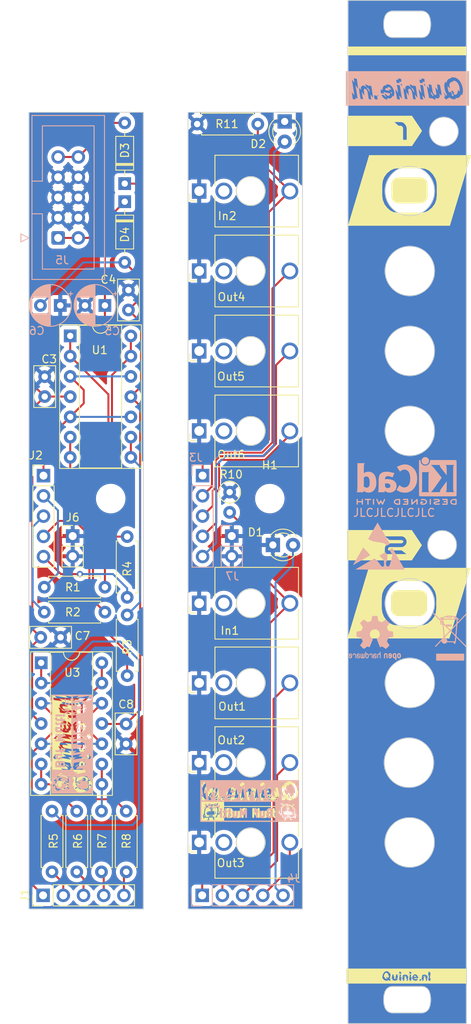
<source format=kicad_pcb>
(kicad_pcb (version 20221018) (generator pcbnew)
  (layers (0 "F.Cu" signal) (31 "B.Cu" signal) (34 "B.Paste" user) (35 "F.Paste" user) (36 "B.SilkS" user "B.Silkscreen") (37 "F.SilkS" user "F.Silkscreen") (38 "B.Mask" user) (39 "F.Mask" user) (44 "Edge.Cuts" user))
  (net 0 "")
  (net 1 "GND")
  (net 2 "+12V")
  (net 3 "-12V")
  (net 4 "Net-(D3-A)")
  (net 5 "Net-(D4-K)")
  (net 13 "Net-(U1A--)")
  (net 14 "Net-(U1B--)")
  (net 15 "Net-(U1C--)")
  (net 16 "Net-(U1D--)")
  (net 17 "Net-(U3A--)")
  (net 18 "Net-(U3B--)")
  (net 19 "Net-(U3C--)")
  (net 20 "Net-(U3D--)")
  (net 21 "Net-(J2-Pin_1)")
  (net 22 "Net-(J2-Pin_2)")
  (net 23 "Net-(J2-Pin_3)")
  (net 24 "Net-(J2-Pin_4)")
  (net 25 "Net-(J3-Pin_1)")
  (net 26 "Net-(J3-Pin_2)")
  (net 27 "Net-(J3-Pin_3)")
  (net 28 "Net-(J4-Pin_1)")
  (net 29 "Net-(J4-Pin_2)")
  (net 30 "Net-(J4-Pin_3)")
  (net 31 "Net-(J4-Pin_4)")
  (net 32 "Net-(J2-Pin_5)")
  (net 33 "Net-(J3-Pin_4)")
  (net 34 "Net-(D1-AK)")
  (net 36 "Net-(J1-Pin_1)")
  (net 37 "Net-(J1-Pin_2)")
  (net 38 "Net-(J1-Pin_3)")
  (net 39 "Net-(J1-Pin_4)")
  (net 40 "Net-(J1-Pin_5)")
  (net 41 "Net-(D2-AK)")
  (footprint "LED_THT:LED_D3.0mm" (layer "F.Cu") (at 92.515 89.69)
    (fp_text reference "D1")
    (fp_text value "LED_Dual_Bidirectional")
  )
  (footprint "LED_THT:LED_D3.0mm" (layer "F.Cu") (at 94 36.54 -90)
    (fp_text reference "D2")
    (fp_text value "LED_Dual_Bidirectional")
  )
  (footprint "Connector_PinHeader_2.54mm:PinHeader_1x05_P2.54mm_Vertical" (layer "F.Cu") (at 63.68 80.99)
    (fp_text reference "J2")
    (fp_text value "Conn_01x05")
  )
  (footprint "Resistor_THT:R_Axial_DIN0207_L6.3mm_D2.5mm_P7.62mm_Horizontal" (layer "F.Cu") (at 74.08 123.09 -90)
    (fp_text reference "R8")
    (fp_text value "330")
  )
  (footprint "kibuzzard-63729A5C" (layer "F.Cu") (at 66.02 114.68 90)
    (fp_text reference "kibuzzard-63729A5C" hide)
    (fp_text value "G***" hide)
  )
  (footprint "kibuzzard-63729A5C" (layer "F.Cu") (at 89.596 120.563)
    (fp_text reference "kibuzzard-63729A5C" hide)
    (fp_text value "G***" hide)
  )
  (footprint "Resistor_THT:R_Axial_DIN0207_L6.3mm_D2.5mm_P7.62mm_Horizontal" (layer "F.Cu") (at 74.2 98.47 -90)
    (fp_text reference "R3")
    (fp_text value "1K")
  )
  (footprint "Diode_THT:D_DO-35_SOD27_P7.62mm_Horizontal" (layer "F.Cu") (at 73.89 44.34 90)
    (fp_text reference "D3")
    (fp_text value "1n4148")
  )
  (footprint "Connector_Audio:Jack_3.5mm_QingPu_WQP-PJ398SM_Vertical_CircularHoles" (layer "F.Cu") (at 83.25 117 90)
    (fp_text reference "Out2")
    (fp_text value "AudioJack2_SwitchT")
  )
  (footprint "kibuzzard-656CA711" (layer "F.Cu") (at 109.39 141.57)
    (fp_text reference "kibuzzard-656CA711" hide)
    (fp_text value "G***" hide)
  )
  (footprint "Connector_Audio:Jack_3.5mm_QingPu_WQP-PJ398SM_Vertical_CircularHoles" (layer "F.Cu") (at 83.25 97 90)
    (fp_text reference "In1")
    (fp_text value "AudioJack2_SwitchT")
  )
  (footprint "Connector_Audio:Jack_3.5mm_QingPu_WQP-PJ398SM_Vertical_CircularHoles" (layer "F.Cu") (at 83.25 107 90)
    (fp_text reference "Out1")
    (fp_text value "AudioJack2_SwitchT")
  )
  (footprint "Resistor_THT:R_Axial_DIN0207_L6.3mm_D2.5mm_P7.62mm_Horizontal" (layer "F.Cu") (at 71.4 94.986667 180)
    (fp_text reference "R1")
    (fp_text value "1K")
  )
  (footprint "kibuzzard-656B60C2" (layer "F.Cu") (at 109.32 143.79)
    (fp_text reference "kibuzzard-656B60C2" hide)
    (fp_text value "G***" hide)
  )
  (footprint "kibuzzard-63949171" (layer "F.Cu") (at 109.63 96.99)
    (fp_text reference "kibuzzard-63949171" hide)
    (fp_text value "G***" hide)
  )
  (footprint "kibuzzard-63663374" (layer "F.Cu") (at 84.886 123.163)
    (fp_text reference "kibuzzard-63663374" hide)
    (fp_text value "G***" hide)
  )
  (footprint "Connector_Audio:Jack_3.5mm_QingPu_WQP-PJ398SM_Vertical_CircularHoles" (layer "F.Cu") (at 83.25 45.28 90)
    (fp_text reference "In2")
    (fp_text value "AudioJack2_SwitchT")
  )
  (footprint "Resistor_THT:R_Axial_DIN0207_L6.3mm_D2.5mm_P7.62mm_Horizontal" (layer "F.Cu") (at 67.86 123.09 -90)
    (fp_text reference "R6")
    (fp_text value "1K")
  )
  (footprint "Capacitor_THT:C_Disc_D5.0mm_W2.5mm_P2.50mm" (layer "F.Cu") (at 63.33 101.28)
    (fp_text reference "C7")
    (fp_text value "100nf")
  )
  (footprint "Diode_THT:D_DO-35_SOD27_P7.62mm_Horizontal" (layer "F.Cu") (at 73.89 46.61 -90)
    (fp_text reference "D4")
    (fp_text value "1n4148")
  )
  (footprint "Resistor_THT:R_Axial_DIN0207_L6.3mm_D2.5mm_P7.62mm_Horizontal" (layer "F.Cu") (at 83 36.87)
    (fp_text reference "R11")
    (fp_text value "1K")
  )
  (footprint "Capacitor_THT:C_Disc_D5.0mm_W2.5mm_P2.50mm" (layer "F.Cu") (at 74.36 60.2 90)
    (fp_text reference "C4")
    (fp_text value "100nf")
  )
  (footprint "Capacitor_THT:C_Disc_D5.0mm_W2.5mm_P2.50mm" (layer "F.Cu") (at 63.83 71.065 90)
    (fp_text reference "C3")
    (fp_text value "100nf")
  )
  (footprint "Connector_Audio:Jack_3.5mm_QingPu_WQP-PJ398SM_Vertical_CircularHoles" (layer "F.Cu") (at 83.25 127.01 90)
    (fp_text reference "Out3")
    (fp_text value "AudioJack2_SwitchT")
  )
  (footprint "MountingHole:MountingHole_3.2mm_M3" (layer "F.Cu") (at 92.13 83.87)
    (fp_text reference "H1")
    (fp_text value "MountingHole")
  )
  (footprint "kibuzzard-63949171" (layer "F.Cu") (at 109.69 45.2)
    (fp_text reference "kibuzzard-63949171" hide)
    (fp_text value "G***" hide)
  )
  (footprint "Package_DIP:DIP-14_W7.62mm_Socket" (layer "F.Cu") (at 63.39 104.48)
    (fp_text reference "U3")
    (fp_text value "TL074")
  )
  (footprint "Capacitor_THT:C_Disc_D5.0mm_W2.5mm_P2.50mm" (layer "F.Cu") (at 74.06 112.15 -90)
    (fp_text reference "C8")
    (fp_text value "100nf")
  )
  (footprint "kibuzzard-63663374" (layer "F.Cu") (at 68.62 119.39 90)
    (fp_text reference "kibuzzard-63663374" hide)
    (fp_text value "G***" hide)
  )
  (footprint "Package_DIP:DIP-14_W7.62mm_Socket" (layer "F.Cu") (at 67.04 63.455)
    (fp_text reference "U1")
    (fp_text value "TL074")
  )
  (footprint "Resistor_THT:R_Axial_DIN0207_L6.3mm_D2.5mm_P2.54mm_Vertical" (layer "F.Cu") (at 87.08 83.06 -90)
    (fp_text reference "R10")
    (fp_text value "1K")
  )
  (footprint "kibuzzard-656CA602" (layer "F.Cu") (at 106.54 89.72)
    (fp_text reference "kibuzzard-656CA602" hide)
    (fp_text value "G***" hide)
  )
  (footprint "Connector_Audio:Jack_3.5mm_QingPu_WQP-PJ398SM_Vertical_CircularHoles" (layer "F.Cu") (at 83.25 55.31 90)
    (fp_text reference "Out4")
    (fp_text value "AudioJack2_SwitchT")
  )
  (footprint "Connector_PinHeader_2.54mm:PinHeader_1x05_P2.54mm_Vertical" (layer "F.Cu") (at 63.63 133.66 90)
    (fp_text reference "J1")
    (fp_text value "Conn_01x05")
  )
  (footprint "Resistor_THT:R_Axial_DIN0207_L6.3mm_D2.5mm_P7.62mm_Horizontal" (layer "F.Cu") (at 74.2 88.64 -90)
    (fp_text reference "R4")
    (fp_text value "1K")
  )
  (footprint "MountingHole:MountingHole_3.2mm_M3" (layer "F.Cu") (at 72.13 83.87)
    (fp_text reference "H2" hide)
    (fp_text value "MountingHole")
  )
  (footprint "Resistor_THT:R_Axial_DIN0207_L6.3mm_D2.5mm_P7.62mm_Horizontal" (layer "F.Cu") (at 70.97 123.09 -90)
    (fp_text reference "R7")
    (fp_text value "1K")
  )
  (footprint "Connector_PinHeader_2.54mm:PinHeader_1x02_P2.54mm_Vertical" (layer "F.Cu") (at 67.35 88.57)
    (fp_text reference "J6")
    (fp_text value "Conn_01x02")
  )
  (footprint "kibuzzard-63948EE9" (layer "F.Cu") (at 106.56 37.73)
    (fp_text reference "kibuzzard-63948EE9" hide)
    (fp_text value "G***" hide)
  )
  (footprint "Connector_Audio:Jack_3.5mm_QingPu_WQP-PJ398SM_Vertical_CircularHoles" (layer "F.Cu") (at 83.25 75.38 90)
    (fp_text reference "Out6")
    (fp_text value "AudioJack2_SwitchT")
  )
  (footprint "Resistor_THT:R_Axial_DIN0207_L6.3mm_D2.5mm_P7.62mm_Horizontal" (layer "F.Cu") (at 71.4 98.12 180)
    (fp_text reference "R2")
    (fp_text value "1K")
  )
  (footprint "Connector_Audio:Jack_3.5mm_QingPu_WQP-PJ398SM_Vertical_CircularHoles" (layer "F.Cu") (at 83.25 65.35 90)
    (fp_text reference "Out5")
    (fp_text value "AudioJack2_SwitchT")
  )
  (footprint "Resistor_THT:R_Axial_DIN0207_L6.3mm_D2.5mm_P7.62mm_Horizontal" (layer "F.Cu") (at 64.75 123.09 -90)
    (fp_text reference "R5")
    (fp_text value "1K")
  )
  (footprint "Capacitor_THT:CP_Radial_D5.0mm_P2.50mm" (layer "B.Cu") (at 71.4 59.63 180)
    (fp_text reference "C5")
    (fp_text value "10uf")
  )
  (footprint "kibuzzard-63729A5C" (layer "B.Cu") (at 68.536526 114.68 90)
    (fp_text reference "kibuzzard-63729A5C" hide)
    (fp_text value "G***" hide)
  )
  (footprint "Connector_PinSocket_2.54mm:PinSocket_1x05_P2.54mm_Vertical" (layer "B.Cu") (at 83.63 133.66 -90)
    (fp_text reference "J4")
    (fp_text value "Conn_01x05")
  )
  (footprint "Connector_IDC:IDC-Header_2x05_P2.54mm_Vertical" (layer "B.Cu") (at 65.52 51.16)
    (fp_text reference "J5")
    (fp_text value "Conn_02x05_Odd_Even")
  )
  (footprint "Symbol:WEEE-Logo_4.2x6mm_SilkScreen" (layer "B.Cu") (at 114.79 101.18 180)
    (fp_text reference "REF**" hide)
    (fp_text value "WEEE-Logo_4.2x6mm_SilkScreen" hide)
  )
  (footprint "kibuzzard-656B617B" (layer "B.Cu") (at 109.43 32.4 180)
    (fp_text reference "kibuzzard-656B617B" hide)
    (fp_text value "G***" hide)
  )
  (footprint "kibuzzard-63663374" (layer "B.Cu") (at 94.305556 123.163 180)
    (fp_text reference "kibuzzard-63663374" hide)
    (fp_text value "G***" hide)
  )
  (footprint "Capacitor_THT:CP_Radial_D5.0mm_P2.50mm" (layer "B.Cu") (at 65.79 59.63 180)
    (fp_text reference "C6")
    (fp_text value "10uf")
  )
  (footprint "Connector_PinSocket_2.54mm:PinSocket_1x05_P2.54mm_Vertical" (layer "B.Cu") (at 83.68 80.98 180)
    (fp_text reference "J3")
    (fp_text value "Conn_01x05")
  )
  (footprint "kibuzzard-63663374" (layer "B.Cu") (at 65.936526 119.39 90)
    (fp_text reference "kibuzzard-63663374" hide)
    (fp_text value "G***" hide)
  )
  (footprint "Symbol:KiCad-Logo2_5mm_SilkScreen" (layer "B.Cu") (at 109.33 81.64 180)
    (fp_text reference "REF**" hide)
    (fp_text value "KiCad-Logo2_5mm_SilkScreen" hide)
  )
  (footprint "Symbol:ESD-Logo_6.6x6mm_SilkScreen" (layer "B.Cu") (at 105.83176 89.814512 180)
    (fp_text reference "REF**" hide)
    (fp_text value "ESD-Logo_6.6x6mm_SilkScreen" hide)
  )
  (footprint "kibuzzard-63729A5C" (layer "B.Cu") (at 89.595556 120.563 180)
    (fp_text reference "kibuzzard-63729A5C" hide)
    (fp_text value "G***" hide)
  )
  (footprint "Connector_PinSocket_2.54mm:PinSocket_1x02_P2.54mm_Vertical" (layer "B.Cu") (at 87.35 88.57 180)
    (fp_text reference "J7")
    (fp_text value "Conn_01x02")
  )
  (footprint "Symbol:OSHW-Logo2_7.3x6mm_SilkScreen" (layer "B.Cu") (at 105.33 101.36 180)
    (fp_text reference "REF**" hide)
    (fp_text value "OSHW-Logo2_7.3x6mm_SilkScreen" hide)
  )
  (gr_line (start 83.461556 124.36) (end 92.845556 124.36) (stroke (width 0.15)) (layer "B.SilkS"))
  (gr_line (start 64.751526 108.546) (end 67.221526 108.546) (stroke (width 0.15)) (layer "B.SilkS"))
  (gr_line (start 83.461556 124.348) (end 83.461556 121.878) (stroke (width 0.15)) (layer "B.SilkS"))
  (gr_line (start 64.739526 108.546) (end 64.739526 117.93) (stroke (width 0.15)) (layer "B.SilkS"))
  (gr_line (start 86.346 124.36) (end 95.73 124.36) (stroke (width 0.15)) (layer "F.SilkS"))
  (gr_line (start 69.817 117.93) (end 69.817 108.546) (stroke (width 0.15)) (layer "F.SilkS"))
  (gr_line (start 67.335 108.546) (end 69.805 108.546) (stroke (width 0.15)) (layer "F.SilkS"))
  (gr_line (start 95.73 121.878) (end 95.73 124.348) (stroke (width 0.15)) (layer "F.SilkS"))
  (gr_rect (start 101.958002 27.213001) (end 116.828002 28.163001) (stroke (width 0.15)) (fill solid) (layer "F.SilkS"))
  (gr_circle (center 89.73 107) (end 91.53 107) (stroke (width 0.1)) (fill none) (layer "Edge.Cuts"))
  (gr_circle (center 89.73 45.27) (end 91.53 45.27) (stroke (width 0.1)) (fill none) (layer "Edge.Cuts"))
  (gr_circle (center 89.73 97.01) (end 91.53 97.01) (stroke (width 0.1)) (fill none) (layer "Edge.Cuts"))
  (gr_arc (start 106.613999 147.733) (mid 106.44538 146.75) (end 106.613999 145.767) (stroke (width 0.1)) (layer "Edge.Cuts"))
  (gr_line (start 76.24 135.39) (end 61.84 135.39) (stroke (width 0.1)) (layer "Edge.Cuts"))
  (gr_line (start 96.24 35.39) (end 96.24 135.39) (stroke (width 0.1)) (layer "Edge.Cuts"))
  (gr_line (start 107.557 148.4) (end 111.233 148.4) (stroke (width 0.1)) (layer "Edge.Cuts"))
  (gr_line (start 116.845 21.35) (end 116.845 149.75) (stroke (width 0.1)) (layer "Edge.Cuts"))
  (gr_line (start 101.945 149.75) (end 101.945 21.35) (stroke (width 0.1)) (layer "Edge.Cuts"))
  (gr_line (start 61.84 35.39) (end 76.24 35.39) (stroke (width 0.1)) (layer "Edge.Cuts"))
  (gr_arc (start 106.614003 145.767) (mid 106.979478 145.283603) (end 107.557003 145.1) (stroke (width 0.1)) (layer "Edge.Cuts"))
  (gr_arc (start 112.176001 23.367) (mid 112.34462 24.35) (end 112.176001 25.333) (stroke (width 0.1)) (layer "Edge.Cuts"))
  (gr_arc (start 107.557003 148.4) (mid 106.979452 148.216427) (end 106.614003 147.733) (stroke (width 0.1)) (layer "Edge.Cuts"))
  (gr_arc (start 111.232997 145.1) (mid 111.810529 145.283582) (end 112.175997 145.767) (stroke (width 0.1)) (layer "Edge.Cuts"))
  (gr_circle (center 89.73 65.34) (end 91.53 65.34) (stroke (width 0.1)) (fill none) (layer "Edge.Cuts"))
  (gr_circle (center 109.71 127.02) (end 112.81 127.02) (stroke (width 0.1)) (fill none) (layer "Edge.Cuts"))
  (gr_arc (start 112.176001 145.767) (mid 112.34462 146.75) (end 112.176001 147.733) (stroke (width 0.1)) (layer "Edge.Cuts"))
  (gr_arc (start 106.614003 23.367) (mid 106.979478 22.883603) (end 107.557003 22.7) (stroke (width 0.1)) (layer "Edge.Cuts"))
  (gr_circle (center 89.71 127.02) (end 91.51 127.02) (stroke (width 0.1)) (fill none) (layer "Edge.Cuts"))
  (gr_circle (center 109.73 107) (end 112.83 107) (stroke (width 0.1)) (fill none) (layer "Edge.Cuts"))
  (gr_line (start 61.84 135.39) (end 61.84 35.39) (stroke (width 0.1)) (layer "Edge.Cuts"))
  (gr_circle (center 109.73 55.31) (end 112.83 55.31) (stroke (width 0.1)) (fill none) (layer "Edge.Cuts"))
  (gr_line (start 107.557 26) (end 111.233 26) (stroke (width 0.1)) (layer "Edge.Cuts"))
  (gr_line (start 76.24 35.39) (end 76.24 135.39) (stroke (width 0.1)) (layer "Edge.Cuts"))
  (gr_line (start 81.84 35.39) (end 96.24 35.39) (stroke (width 0.1)) (layer "Edge.Cuts"))
  (gr_arc (start 111.232997 22.7) (mid 111.810529 22.883582) (end 112.175997 23.367) (stroke (width 0.1)) (layer "Edge.Cuts"))
  (gr_circle (center 114 37.815) (end 115.8 37.815) (stroke (width 0.1)) (fill none) (layer "Edge.Cuts"))
  (gr_line (start 111.233 145.1) (end 107.557 145.1) (stroke (width 0.1)) (layer "Edge.Cuts"))
  (gr_circle (center 89.73 75.38) (end 91.53 75.38) (stroke (width 0.1)) (fill none) (layer "Edge.Cuts"))
  (gr_circle (center 109.73 97.01) (end 112.83 97.01) (stroke (width 0.1)) (fill none) (layer "Edge.Cuts"))
  (gr_circle (center 109.62 117.01) (end 112.72 117.01) (stroke (width 0.1)) (fill none) (layer "Edge.Cuts"))
  (gr_arc (start 112.175997 147.733) (mid 111.810541 148.216443) (end 111.232997 148.4) (stroke (width 0.1)) (layer "Edge.Cuts"))
  (gr_arc (start 107.557003 26) (mid 106.979452 25.816427) (end 106.614003 25.333) (stroke (width 0.1)) (layer "Edge.Cuts"))
  (gr_circle (center 89.73 117.01) (end 91.53 117.01) (stroke (width 0.1)) (fill none) (layer "Edge.Cuts"))
  (gr_circle (center 109.73 65.34) (end 112.83 65.34) (stroke (width 0.1)) (fill none) (layer "Edge.Cuts"))
  (gr_line (start 111.233 22.7) (end 107.557 22.7) (stroke (width 0.1)) (layer "Edge.Cuts"))
  (gr_arc (start 106.613999 25.333) (mid 106.44538 24.35) (end 106.613999 23.367) (stroke (width 0.1)) (layer "Edge.Cuts"))
  (gr_circle (center 109.73 75.38) (end 112.83 75.38) (stroke (width 0.1)) (fill none) (layer "Edge.Cuts"))
  (gr_line (start 116.845 149.75) (end 101.945 149.75) (stroke (width 0.1)) (layer "Edge.Cuts"))
  (gr_circle (center 113.79 89.69) (end 115.59 89.69) (stroke (width 0.1)) (fill none) (layer "Edge.Cuts"))
  (gr_line (start 81.84 135.39) (end 81.84 35.39) (stroke (width 0.1)) (layer "Edge.Cuts"))
  (gr_arc (start 112.175997 25.333) (mid 111.810541 25.816443) (end 111.232997 26) (stroke (width 0.1)) (layer "Edge.Cuts"))
  (gr_line (start 101.945 21.35) (end 116.845 21.35) (stroke (width 0.1)) (layer "Edge.Cuts"))
  (gr_circle (center 109.73 45.27) (end 112.83 45.27) (stroke (width 0.1)) (fill none) (layer "Edge.Cuts"))
  (gr_circle (center 89.73 55.31) (end 91.53 55.31) (stroke (width 0.1)) (fill none) (layer "Edge.Cuts"))
  (gr_line (start 96.24 135.39) (end 81.84 135.39) (stroke (width 0.1)) (layer "Edge.Cuts"))
  (gr_text "JLCJLCJLCJLC" (at 107.75 85.64) (layer "B.SilkS") (effects (font (size 1 1))))
  (gr_text "v0.01" (at 84.855556 122.46) (layer "B.SilkS") (effects (font (size 0.5 0.5) (thickness 0.125)) (justify mirror)))
  (gr_text "v0.01" (at 66.639526 109.94 -90) (layer "B.SilkS") (effects (font (size 0.5 0.5) (thickness 0.125)) (justify mirror)))
  (gr_text "Buf Multi" (at 89.185998 123.373) (layer "B.SilkS") (effects (font (size 1 1) (thickness 0.25)) (justify mirror)))
  (gr_text "Buf Multi" (at 65.726526 114.270442 -90) (layer "B.SilkS") (effects (font (size 1 1) (thickness 0.25)) (justify mirror)))
  (gr_text "Buf Multi" (at 90.005558 123.373) (layer "F.SilkS") (effects (font (size 1 1) (thickness 0.25))))
  (gr_text "v0.01" (at 67.917 109.94 90) (layer "F.SilkS") (effects (font (size 0.5 0.5) (thickness 0.125))))
  (gr_text "Buf Multi" (at 68.83 114.270442 90) (layer "F.SilkS") (effects (font (size 1 1) (thickness 0.25))))
  (gr_text "v0.01" (at 94.336 122.46) (layer "F.SilkS") (effects (font (size 0.5 0.5) (thickness 0.125))))
  (segment (start 65.56 61.45) (end 70.93 61.45) (width 0.25) (layer "F.Cu") (net 2))
  (segment (start 71.4 60.98) (end 71.4 59.63) (width 0.25) (layer "F.Cu") (net 2))
  (segment (start 62.28 100.23) (end 63.33 101.28) (width 0.25) (layer "F.Cu") (net 2))
  (segment (start 62.25 110.96) (end 63.39 112.1) (width 0.25) (layer "F.Cu") (net 2))
  (segment (start 63.33 101.28) (end 62.25 102.36) (width 0.25) (layer "F.Cu") (net 2))
  (segment (start 67.03 71.065) (end 67.04 71.075) (width 0.25) (layer "F.Cu") (net 2))
  (segment (start 70.93 61.45) (end 71.4 60.98) (width 0.25) (layer "F.Cu") (net 2))
  (segment (start 62.25 102.36) (end 62.25 110.96) (width 0.25) (layer "F.Cu") (net 2))
  (segment (start 62.39 69.625) (end 62.39 64.62) (width 0.25) (layer "F.Cu") (net 2))
  (segment (start 63.83 71.065) (end 62.39 69.625) (width 0.25) (layer "F.Cu") (net 2))
  (segment (start 71.4 59.63) (end 71.4 53.56) (width 0.25) (layer "F.Cu") (net 2))
  (segment (start 63.83 71.065) (end 67.03 71.065) (width 0.25) (layer "F.Cu") (net 2))
  (segment (start 75.63 49.33) (end 75.63 44.79) (width 0.25) (layer "F.Cu") (net 2))
  (segment (start 62.28 72.615) (end 62.28 100.23) (width 0.25) (layer "F.Cu") (net 2))
  (segment (start 75.63 44.79) (end 75.18 44.34) (width 0.25) (layer "F.Cu") (net 2))
  (segment (start 63.83 71.065) (end 62.28 72.615) (width 0.25) (layer "F.Cu") (net 2))
  (segment (start 62.39 64.62) (end 65.56 61.45) (width 0.25) (layer "F.Cu") (net 2))
  (segment (start 75.18 44.34) (end 73.89 44.34) (width 0.25) (layer "F.Cu") (net 2))
  (segment (start 71.4 53.56) (end 75.63 49.33) (width 0.25) (layer "F.Cu") (net 2))
  (segment (start 74.06 112.15) (end 71.06 112.15) (width 0.25) (layer "F.Cu") (net 3))
  (segment (start 75.94 61.78) (end 74.36 60.2) (width 0.25) (layer "F.Cu") (net 3))
  (segment (start 73.89 54.23) (end 75.84 56.18) (width 0.25) (layer "F.Cu") (net 3))
  (segment (start 75.94 69.795) (end 75.94 61.78) (width 0.25) (layer "F.Cu") (net 3))
  (segment (start 71.06 112.15) (end 71.01 112.1) (width 0.25) (layer "F.Cu") (net 3))
  (segment (start 74.66 71.075) (end 75.94 69.795) (width 0.25) (layer "F.Cu") (net 3))
  (segment (start 75.84 56.18) (end 75.84 58.72) (width 0.25) (layer "F.Cu") (net 3))
  (segment (start 75.835 110.375) (end 74.06 112.15) (width 0.25) (layer "F.Cu") (net 3))
  (segment (start 74.66 71.075) (end 75.835 72.25) (width 0.25) (layer "F.Cu") (net 3))
  (segment (start 75.835 72.25) (end 75.835 110.375) (width 0.25) (layer "F.Cu") (net 3))
  (segment (start 75.84 58.72) (end 74.36 60.2) (width 0.25) (layer "F.Cu") (net 3))
  (segment (start 68.69 54.23) (end 63.29 59.63) (width 0.25) (layer "B.Cu") (net 3))
  (segment (start 73.89 54.23) (end 68.69 54.23) (width 0.25) (layer "B.Cu") (net 3))
  (segment (start 72.34 36.72) (end 68.06 41) (width 0.25) (layer "F.Cu") (net 4))
  (segment (start 65.52 41) (end 68.06 41) (width 0.25) (layer "F.Cu") (net 4))
  (segment (start 73.89 36.72) (end 72.34 36.72) (width 0.25) (layer "F.Cu") (net 4))
  (segment (start 69.34 51.16) (end 73.89 46.61) (width 0.25) (layer "F.Cu") (net 5))
  (segment (start 65.52 51.16) (end 68.06 51.16) (width 0.25) (layer "F.Cu") (net 5))
  (segment (start 68.06 51.16) (end 69.34 51.16) (width 0.25) (layer "F.Cu") (net 5))
  (segment (start 67.04 63.455) (end 67.04 65.995) (width 0.25) (layer "F.Cu") (net 13))
  (segment (start 71.4 89.156396) (end 71.4 94.986667) (width 0.25) (layer "F.Cu") (net 13))
  (segment (start 71.84 78.12) (end 67.97 81.99) (width 0.25) (layer "F.Cu") (net 13))
  (segment (start 67.97 85.726396) (end 71.4 89.156396) (width 0.25) (layer "F.Cu") (net 13))
  (segment (start 67.97 81.99) (end 67.97 85.726396) (width 0.25) (layer "F.Cu") (net 13))
  (segment (start 71.84 70.795) (end 71.84 78.12) (width 0.25) (layer "F.Cu") (net 13))
  (segment (start 67.04 65.995) (end 71.84 70.795) (width 0.25) (layer "F.Cu") (net 13))
  (segment (start 67.04 85.432792) (end 69.9 88.292792) (width 0.25) (layer "F.Cu") (net 14))
  (segment (start 69.9 96.62) (end 71.4 98.12) (width 0.25) (layer "F.Cu") (net 14))
  (segment (start 69.9 88.292792) (end 69.9 96.62) (width 0.25) (layer "F.Cu") (net 14))
  (segment (start 67.04 78.695) (end 67.04 85.432792) (width 0.25) (layer "F.Cu") (net 14))
  (segment (start 67.04 76.155) (end 67.04 78.695) (width 0.25) (layer "F.Cu") (net 14))
  (segment (start 74.66 76.155) (end 74.66 78.695) (width 0.25) (layer "F.Cu") (net 15))
  (segment (start 75.81 96.86) (end 75.81 79.845) (width 0.25) (layer "B.Cu") (net 15))
  (segment (start 74.2 98.47) (end 75.81 96.86) (width 0.25) (layer "B.Cu") (net 15))
  (segment (start 75.81 79.845) (end 74.66 78.695) (width 0.25) (layer "B.Cu") (net 15))
  (segment (start 68.42 82.22) (end 72.29 78.35) (width 0.25) (layer "F.Cu") (net 16))
  (segment (start 74.2 88.64) (end 71.52 88.64) (width 0.25) (layer "F.Cu") (net 16))
  (segment (start 72.29 68.365) (end 74.66 65.995) (width 0.25) (layer "F.Cu") (net 16))
  (segment (start 74.66 63.455) (end 74.66 65.995) (width 0.25) (layer "F.Cu") (net 16))
  (segment (start 71.52 88.64) (end 68.42 85.54) (width 0.25) (layer "F.Cu") (net 16))
  (segment (start 72.29 78.35) (end 72.29 68.365) (width 0.25) (layer "F.Cu") (net 16))
  (segment (start 68.42 85.54) (end 68.42 82.22) (width 0.25) (layer "F.Cu") (net 16))
  (segment (start 63.39 104.48) (end 63.39 107.02) (width 0.25) (layer "F.Cu") (net 17))
  (segment (start 64.62 107.02) (end 69.83 101.81) (width 0.25) (layer "B.Cu") (net 17))
  (segment (start 73.34 101.81) (end 75.67 104.14) (width 0.25) (layer "B.Cu") (net 17))
  (segment (start 63.39 107.02) (end 64.62 107.02) (width 0.25) (layer "B.Cu") (net 17))
  (segment (start 69.83 101.81) (end 73.34 101.81) (width 0.25) (layer "B.Cu") (net 17))
  (segment (start 75.67 124.05) (end 74.88 124.84) (width 0.25) (layer "B.Cu") (net 17))
  (segment (start 66.5 124.84) (end 64.75 123.09) (width 0.25) (layer "B.Cu") (net 17))
  (segment (start 74.88 124.84) (end 66.5 124.84) (width 0.25) (layer "B.Cu") (net 17))
  (segment (start 75.67 104.14) (end 75.67 124.05) (width 0.25) (layer "B.Cu") (net 17))
  (segment (start 63.39 119.72) (end 63.39 117.18) (width 0.25) (layer "F.Cu") (net 18))
  (segment (start 64.49 119.72) (end 63.39 119.72) (width 0.25) (layer "F.Cu") (net 18))
  (segment (start 67.86 123.09) (end 64.49 119.72) (width 0.25) (layer "F.Cu") (net 18))
  (segment (start 71.01 117.18) (end 71.01 119.72) (width 0.25) (layer "F.Cu") (net 19))
  (segment (start 71.01 123.05) (end 70.97 123.09) (width 0.25) (layer "B.Cu") (net 19))
  (segment (start 71.01 119.72) (end 71.01 123.05) (width 0.25) (layer "B.Cu") (net 19))
  (segment (start 74.08 123.09) (end 72.59 121.6) (width 0.25) (layer "F.Cu") (net 20))
  (segment (start 68.49 120.44) (end 68.49 109.54) (width 0.25) (layer "F.Cu") (net 20))
  (segment (start 68.49 109.54) (end 71.01 107.02) (width 0.25) (layer "F.Cu") (net 20))
  (segment (start 71.01 104.48) (end 71.01 107.02) (width 0.25) (layer "F.Cu") (net 20))
  (segment (start 69.65 121.6) (end 68.49 120.44) (width 0.25) (layer "F.Cu") (net 20))
  (segment (start 72.59 121.6) (end 69.65 121.6) (width 0.25) (layer "F.Cu") (net 20))
  (segment (start 67.04 68.535) (end 68.74 70.235) (width 0.25) (layer "F.Cu") (net 21))
  (segment (start 67.04 73.615) (end 63.68 76.975) (width 0.25) (layer "F.Cu") (net 21))
  (segment (start 63.68 76.975) (end 63.68 80.99) (width 0.25) (layer "F.Cu") (net 21))
  (segment (start 68.74 71.915) (end 67.04 73.615) (width 0.25) (layer "F.Cu") (net 21))
  (segment (start 68.74 70.235) (end 68.74 71.915) (width 0.25) (layer "F.Cu") (net 21))
  (segment (start 67.04 73.615) (end 74.66 73.615) (width 0.25) (layer "B.Cu") (net 21))
  (segment (start 74.66 68.535) (end 67.04 68.535) (width 0.25) (layer "B.Cu") (net 21))
  (segment (start 65.5 85.35) (end 65.5 93.266667) (width 0.25) (layer "B.Cu") (net 22))
  (segment (start 63.68 83.53) (end 65.5 85.35) (width 0.25) (layer "B.Cu") (net 22))
  (segment (start 65.5 93.266667) (end 63.78 94.986667) (width 0.25) (layer "B.Cu") (net 22))
  (segment (start 63.68 86.07) (end 62.32 87.43) (width 0.25) (layer "B.Cu") (net 23))
  (segment (start 62.32 87.43) (end 62.32 96.66) (width 0.25) (layer "B.Cu") (net 23))
  (segment (start 62.32 96.66) (end 63.78 98.12) (width 0.25) (layer "B.Cu") (net 23))
  (segment (start 63.68 88.61) (end 65.62 86.67) (width 0.25) (layer "F.Cu") (net 24))
  (segment (start 65.62 86.67) (end 67.640812 86.67) (width 0.25) (layer "F.Cu") (net 24))
  (segment (start 69.45 98.43) (end 74.2 103.18) (width 0.25) (layer "F.Cu") (net 24))
  (segment (start 74.2 103.18) (end 74.2 106.09) (width 0.25) (layer "F.Cu") (net 24))
  (segment (start 69.45 88.479188) (end 69.45 98.43) (width 0.25) (layer "F.Cu") (net 24))
  (segment (start 67.640812 86.67) (end 69.45 88.479188) (width 0.25) (layer "F.Cu") (net 24))
  (segment (start 92.01 47.92) (end 94.65 45.28) (width 0.25) (layer "F.Cu") (net 25))
  (segment (start 90.62 41.25) (end 94.65 45.28) (width 0.25) (layer "F.Cu") (net 25))
  (segment (start 83.68 79.46) (end 85.48 77.66) (width 0.25) (layer "F.Cu") (net 25))
  (segment (start 90.83 77.66) (end 92.01 76.48) (width 0.25) (layer "F.Cu") (net 25))
  (segment (start 92.01 76.48) (end 92.01 47.92) (width 0.25) (layer "F.Cu") (net 25))
  (segment (start 83.68 80.98) (end 83.68 79.46) (width 0.25) (layer "F.Cu") (net 25))
  (segment (start 85.48 77.66) (end 90.83 77.66) (width 0.25) (layer "F.Cu") (net 25))
  (segment (start 90.62 36.87) (end 90.62 41.25) (width 0.25) (layer "F.Cu") (net 25))
  (segment (start 92.46 57.495) (end 94.645 55.31) (width 0.25) (layer "F.Cu") (net 26))
  (segment (start 85.666396 78.11) (end 91.16 78.11) (width 0.25) (layer "F.Cu") (net 26))
  (segment (start 83.68 83.52) (end 84.855 82.345) (width 0.25) (layer "F.Cu") (net 26))
  (segment (start 84.855 82.345) (end 84.855 78.921396) (width 0.25) (layer "F.Cu") (net 26))
  (segment (start 92.46 76.81) (end 92.46 57.495) (width 0.25) (layer "F.Cu") (net 26))
  (segment (start 91.16 78.11) (end 92.46 76.81) (width 0.25) (layer "F.Cu") (net 26))
  (segment (start 84.855 78.921396) (end 85.666396 78.11) (width 0.25) (layer "F.Cu") (net 26))
  (segment (start 94.675 65.35) (end 92.91 67.115) (width 0.25) (layer "F.Cu") (net 27))
  (segment (start 92.91 76.996396) (end 91.346396 78.56) (width 0.25) (layer "F.Cu") (net 27))
  (segment (start 85.305 82.531396) (end 84.96 82.876396) (width 0.25) (layer "F.Cu") (net 27))
  (segment (start 92.91 67.115) (end 92.91 76.996396) (width 0.25) (layer "F.Cu") (net 27))
  (segment (start 85.305 79.107792) (end 85.305 82.531396) (width 0.25) (layer "F.Cu") (net 27))
  (segment (start 84.96 84.78) (end 83.68 86.06) (width 0.25) (layer "F.Cu") (net 27))
  (segment (start 85.852792 78.56) (end 85.305 79.107792) (width 0.25) (layer "F.Cu") (net 27))
  (segment (start 91.346396 78.56) (end 85.852792 78.56) (width 0.25) (layer "F.Cu") (net 27))
  (segment (start 84.96 82.876396) (end 84.96 84.78) (width 0.25) (layer "F.Cu") (net 27))
  (segment (start 92.15 128.093604) (end 92.15 99.5) (width 0.25) (layer "F.Cu") (net 28))
  (segment (start 90.21 88.73) (end 90.21 92.56) (width 0.25) (layer "F.Cu") (net 28))
  (segment (start 84.8 130.49) (end 89.753604 130.49) (width 0.25) (layer "F.Cu") (net 28))
  (segment (start 83.63 131.66) (end 84.8 130.49) (width 0.25) (layer "F.Cu") (net 28))
  (segment (start 87.08 85.6) (end 90.21 88.73) (width 0.25) (layer "F.Cu") (net 28))
  (segment (start 83.63 133.66) (end 83.63 131.66) (width 0.25) (layer "F.Cu") (net 28))
  (segment (start 90.21 92.56) (end 94.65 97) (width 0.25) (layer "F.Cu") (net 28))
  (segment (start 89.753604 130.49) (end 92.15 128.093604) (width 0.25) (layer "F.Cu") (net 28))
  (segment (start 92.15 99.5) (end 94.65 97) (width 0.25) (layer "F.Cu") (net 28))
  (segment (start 87.03 130.99) (end 86.17 131.85) (width 0.25) (layer "F.Cu") (net 29))
  (segment (start 86.17 131.85) (end 86.17 133.66) (width 0.25) (layer "F.Cu") (net 29))
  (segment (start 92.6 128.28) (end 89.89 130.99) (width 0.25) (layer "F.Cu") (net 29))
  (segment (start 92.6 109.04) (end 92.6 128.28) (width 0.25) (layer "F.Cu") (net 29))
  (segment (start 89.89 130.99) (end 87.03 130.99) (width 0.25) (layer "F.Cu") (net 29))
  (segment (start 94.64 107) (end 92.6 109.04) (width 0.25) (layer "F.Cu") (net 29))
  (segment (start 93.05 129.32) (end 93.05 118.58) (width 0.25) (layer "F.Cu") (net 30))
  (segment (start 88.71 133.66) (end 93.05 129.32) (width 0.25) (layer "F.Cu") (net 30))
  (segment (start 93.05 118.58) (end 94.63 117) (width 0.25) (layer "F.Cu") (net 30))
  (segment (start 94.64 127.01) (end 94.64 130.27) (width 0.25) (layer "F.Cu") (net 31))
  (segment (start 94.64 130.27) (end 91.25 133.66) (width 0.25) (layer "F.Cu") (net 31))
  (segment (start 65.87 93.34) (end 68.26 93.34) (width 0.25) (layer "F.Cu") (net 32))
  (segment (start 63.68 91.15) (end 65.87 93.34) (width 0.25) (layer "F.Cu") (net 32))
  (via (at 68.26 93.34) (size 0.8) (drill 0.4) (layers "F.Cu" "B.Cu") (net 32))
  (segment (start 68.26 93.34) (end 72.41137 93.34) (width 0.25) (layer "B.Cu") (net 32))
  (segment (start 72.41137 93.34) (end 74.2 95.12863) (width 0.25) (layer "B.Cu") (net 32))
  (segment (start 74.2 95.12863) (end 74.2 96.26) (width 0.25) (layer "B.Cu") (net 32))
  (segment (start 85.41 83.075) (end 85.755 82.73) (width 0.25) (layer "F.Cu") (net 33))
  (segment (start 85.41 86.87) (end 85.41 83.075) (width 0.25) (layer "F.Cu") (net 33))
  (segment (start 85.755 82.73) (end 85.755 79.294188) (width 0.25) (layer "F.Cu") (net 33))
  (segment (start 85.755 79.294188) (end 86.039188 79.01) (width 0.25) (layer "F.Cu") (net 33))
  (segment (start 86.039188 79.01) (end 91.532792 79.01) (width 0.25) (layer "F.Cu") (net 33))
  (segment (start 94.735 75.807792) (end 94.735 75.38) (width 0.25) (layer "F.Cu") (net 33))
  (segment (start 83.68 88.6) (end 85.41 86.87) (width 0.25) (layer "F.Cu") (net 33))
  (segment (start 91.532792 79.01) (end 94.735 75.807792) (width 0.25) (layer "F.Cu") (net 33))
  (segment (start 92.85 132.72) (end 93.79 133.66) (width 0.25) (layer "B.Cu") (net 34))
  (segment (start 92.85 94.44) (end 92.85 132.72) (width 0.25) (layer "B.Cu") (net 34))
  (segment (start 95.035 92.255) (end 92.85 94.44) (width 0.25) (layer "B.Cu") (net 34))
  (segment (start 95.035 89.69) (end 95.035 92.255) (width 0.25) (layer "B.Cu") (net 34))
  (segment (start 63.63 133.66) (end 62.2 132.23) (width 0.25) (layer "F.Cu") (net 36))
  (segment (start 62.2 132.23) (end 62.2 115.83) (width 0.25) (layer "F.Cu") (net 36))
  (segment (start 69.41 111.16) (end 71.01 109.56) (width 0.25) (layer "F.Cu") (net 36))
  (segment (start 63.39 109.56) (end 65.18 111.35) (width 0.25) (layer "F.Cu") (net 36))
  (segment (start 71.01 114.64) (end 69.41 113.04) (width 0.25) (layer "F.Cu") (net 36))
  (segment (start 65.18 112.85) (end 63.39 114.64) (width 0.25) (layer "F.Cu") (net 36))
  (segment (start 65.18 111.35) (end 65.18 112.85) (width 0.25) (layer "F.Cu") (net 36))
  (segment (start 69.41 113.04) (end 69.41 111.16) (width 0.25) (layer "F.Cu") (net 36))
  (segment (start 62.2 115.83) (end 63.39 114.64) (width 0.25) (layer "F.Cu") (net 36))
  (segment (start 63.39 114.64) (end 71.01 114.64) (width 0.25) (layer "B.Cu") (net 36))
  (segment (start 71.01 109.56) (end 63.39 109.56) (width 0.25) (layer "B.Cu") (net 36))
  (segment (start 66.17 133.66) (end 66.17 132.13) (width 0.25) (layer "F.Cu") (net 37))
  (segment (start 66.17 132.13) (end 64.75 130.71) (width 0.25) (layer "F.Cu") (net 37))
  (segment (start 68.71 133.66) (end 68.71 131.56) (width 0.25) (layer "F.Cu") (net 38))
  (segment (start 68.71 131.56) (end 67.86 130.71) (width 0.25) (layer "F.Cu") (net 38))
  (segment (start 71.25 130.99) (end 70.97 130.71) (width 0.25) (layer "F.Cu") (net 39))
  (segment (start 71.25 133.66) (end 71.25 130.99) (width 0.25) (layer "F.Cu") (net 39))
  (segment (start 73.79 133.66) (end 73.79 131) (width 0.25) (layer "F.Cu") (net 40))
  (segment (start 73.79 131) (end 74.08 130.71) (width 0.25) (layer "F.Cu") (net 40))
  (segment (start 92.66 40.42) (end 94 39.08) (width 0.25) (layer "B.Cu") (net 41))
  (segment (start 85.38 79.7) (end 86.58 78.5) (width 0.25) (layer "B.Cu") (net 41))
  (segment (start 91.29 78.5) (end 92.66 77.13) (width 0.25) (layer "B.Cu") (net 41))
  (segment (start 92.66 77.13) (end 92.66 40.42) (width 0.25) (layer "B.Cu") (net 41))
  (segment (start 85.38 89.44) (end 85.38 79.7) (width 0.25) (layer "B.Cu") (net 41))
  (segment (start 86.58 78.5) (end 91.29 78.5) (width 0.25) (layer "B.Cu") (net 41))
  (segment (start 83.68 91.14) (end 85.38 89.44) (width 0.25) (layer "B.Cu") (net 41))
  (zone (net 1) (net_name "GND") (layers "F&B.Cu") (priority 1) (connect_pads (clearance 0.5)) (min_thickness 0.25) (fill yes (thermal_gap 0.5) (thermal_bridge_width 0.5))
    (polygon (pts (xy 61.86 35.39) (xy 76.25 35.39) (xy 76.24 135.39) (xy 61.82 135.39)))
  )
  (zone (net 1) (net_name "GND") (layers "F&B.Cu") (priority 1) (connect_pads (clearance 0.5)) (min_thickness 0.25) (fill yes (thermal_gap 0.5) (thermal_bridge_width 0.5))
    (polygon (pts (xy 81.86 35.4) (xy 96.25 35.4) (xy 96.24 135.4) (xy 81.82 135.4)))
  )
  (zone (net 0) (net_name "") (layers "F&B.Cu") (connect_pads (clearance 0.508)) (min_thickness 0.254) (fill yes (thermal_gap 0.508) (thermal_bridge_width 0.508))
    (polygon (pts (xy 116.85 149.76) (xy 101.94 149.76) (xy 101.94 21.35) (xy 116.85 21.35)))
  )
)
</source>
